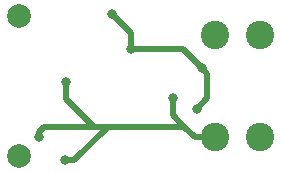
<source format=gbr>
%TF.GenerationSoftware,KiCad,Pcbnew,(5.1.10)-1*%
%TF.CreationDate,2021-05-31T11:52:34-04:00*%
%TF.ProjectId,Charger,43686172-6765-4722-9e6b-696361645f70,rev?*%
%TF.SameCoordinates,Original*%
%TF.FileFunction,Copper,L1,Top*%
%TF.FilePolarity,Positive*%
%FSLAX46Y46*%
G04 Gerber Fmt 4.6, Leading zero omitted, Abs format (unit mm)*
G04 Created by KiCad (PCBNEW (5.1.10)-1) date 2021-05-31 11:52:34*
%MOMM*%
%LPD*%
G01*
G04 APERTURE LIST*
%TA.AperFunction,ComponentPad*%
%ADD10C,2.000000*%
%TD*%
%TA.AperFunction,ComponentPad*%
%ADD11C,2.400000*%
%TD*%
%TA.AperFunction,ViaPad*%
%ADD12C,0.800000*%
%TD*%
%TA.AperFunction,Conductor*%
%ADD13C,0.250000*%
%TD*%
%TA.AperFunction,Conductor*%
%ADD14C,0.500000*%
%TD*%
G04 APERTURE END LIST*
D10*
%TO.P,J3,1*%
%TO.N,Net-(C6-Pad1)*%
X139700000Y-105900000D03*
%TD*%
%TO.P,J2,1*%
%TO.N,+9V*%
X139700000Y-94000000D03*
%TD*%
D11*
%TO.P,J1,S1*%
%TO.N,GND*%
X156350000Y-104320000D03*
X156350000Y-95680000D03*
X160150000Y-104320000D03*
X160150000Y-95680000D03*
%TD*%
D12*
%TO.N,GND*%
X141450000Y-104250000D03*
X143650000Y-106250000D03*
X143700000Y-99600000D03*
X152750000Y-100950000D03*
%TO.N,VBUS*%
X155270000Y-98480000D03*
X154800000Y-101900000D03*
X149200000Y-96850000D03*
X147600000Y-93850000D03*
%TD*%
D13*
%TO.N,GND*%
X153750000Y-103400000D02*
X148110000Y-103400000D01*
X148110000Y-103400000D02*
X147500000Y-103400000D01*
X147500000Y-103400000D02*
X141900000Y-103400000D01*
D14*
X153750000Y-103400000D02*
X154670000Y-104320000D01*
X156350000Y-104320000D02*
X154670000Y-104320000D01*
X153750000Y-103400000D02*
X147250000Y-103400000D01*
X143700000Y-101050000D02*
X146050000Y-103400000D01*
X143700000Y-99600000D02*
X143700000Y-101050000D01*
X146050000Y-103400000D02*
X141900000Y-103400000D01*
X147250000Y-103400000D02*
X146050000Y-103400000D01*
X141450000Y-103850000D02*
X141450000Y-104250000D01*
X141900000Y-103400000D02*
X141450000Y-103850000D01*
X144400000Y-106250000D02*
X143650000Y-106250000D01*
X147250000Y-103400000D02*
X144400000Y-106250000D01*
X152750000Y-102400000D02*
X153750000Y-103400000D01*
X152750000Y-100950000D02*
X152750000Y-102400000D01*
%TO.N,VBUS*%
X149200000Y-95450000D02*
X147600000Y-93850000D01*
X149200000Y-96850000D02*
X149200000Y-95450000D01*
X154800000Y-101900000D02*
X155700000Y-101000000D01*
X155700000Y-98910000D02*
X155270000Y-98480000D01*
X155700000Y-101000000D02*
X155700000Y-98910000D01*
X153640000Y-96850000D02*
X155270000Y-98480000D01*
X149200000Y-96850000D02*
X153640000Y-96850000D01*
%TD*%
M02*

</source>
